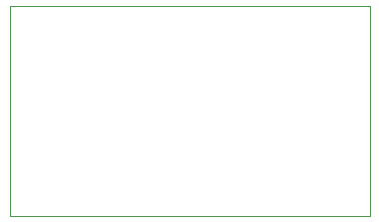
<source format=gko>
G04 (created by PCBNEW (2013-07-07 BZR 4022)-stable) date 9/10/2013 12:20:35 AM*
%MOIN*%
G04 Gerber Fmt 3.4, Leading zero omitted, Abs format*
%FSLAX34Y34*%
G01*
G70*
G90*
G04 APERTURE LIST*
%ADD10C,0.00590551*%
%ADD11C,0.00393701*%
G04 APERTURE END LIST*
G54D10*
G54D11*
X94500Y-64300D02*
X94500Y-57300D01*
X82500Y-64300D02*
X82500Y-57300D01*
X94500Y-64300D02*
X82500Y-64300D01*
X82500Y-57300D02*
X94500Y-57300D01*
M02*

</source>
